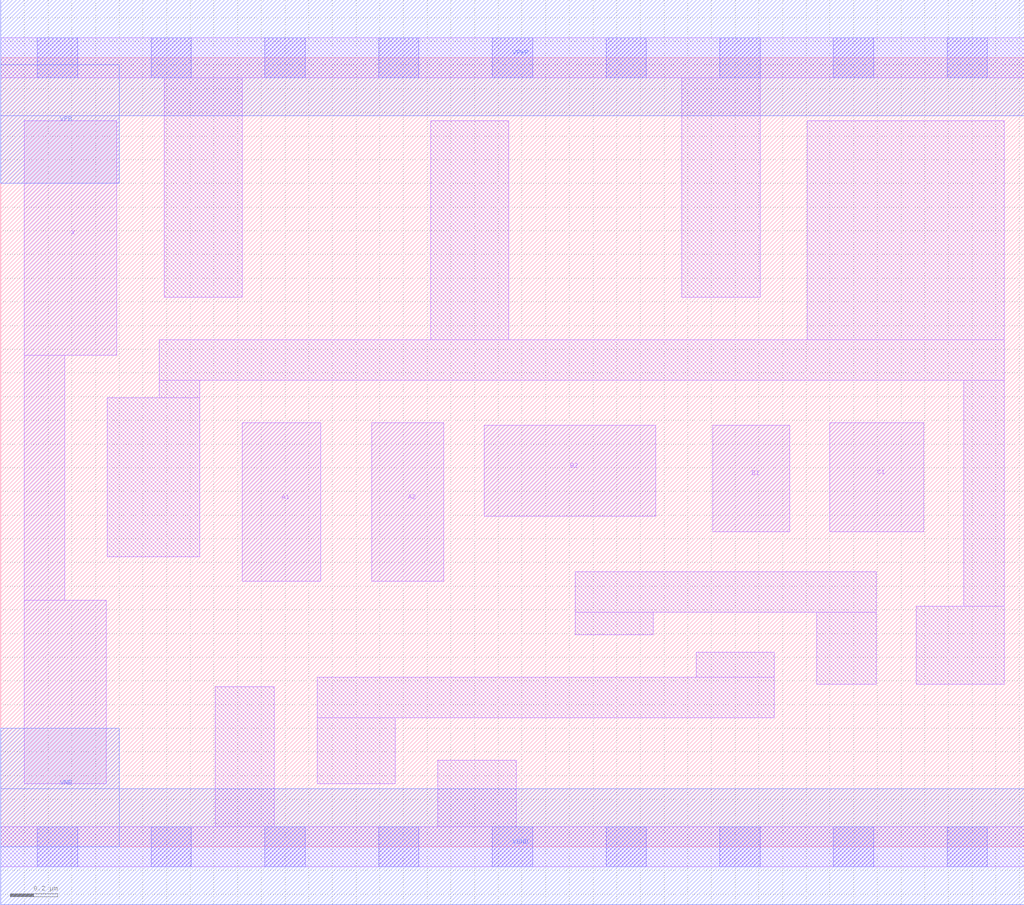
<source format=lef>
# Copyright 2020 The SkyWater PDK Authors
#
# Licensed under the Apache License, Version 2.0 (the "License");
# you may not use this file except in compliance with the License.
# You may obtain a copy of the License at
#
#     https://www.apache.org/licenses/LICENSE-2.0
#
# Unless required by applicable law or agreed to in writing, software
# distributed under the License is distributed on an "AS IS" BASIS,
# WITHOUT WARRANTIES OR CONDITIONS OF ANY KIND, either express or implied.
# See the License for the specific language governing permissions and
# limitations under the License.
#
# SPDX-License-Identifier: Apache-2.0

VERSION 5.5 ;
NAMESCASESENSITIVE ON ;
BUSBITCHARS "[]" ;
DIVIDERCHAR "/" ;
MACRO sky130_fd_sc_lp__o221a_lp
  CLASS CORE ;
  SOURCE USER ;
  ORIGIN  0.000000  0.000000 ;
  SIZE  4.320000 BY  3.330000 ;
  SYMMETRY X Y R90 ;
  SITE unit ;
  PIN A1
    ANTENNAGATEAREA  0.313000 ;
    DIRECTION INPUT ;
    USE SIGNAL ;
    PORT
      LAYER li1 ;
        RECT 1.020000 1.120000 1.350000 1.790000 ;
    END
  END A1
  PIN A2
    ANTENNAGATEAREA  0.313000 ;
    DIRECTION INPUT ;
    USE SIGNAL ;
    PORT
      LAYER li1 ;
        RECT 1.565000 1.120000 1.870000 1.790000 ;
    END
  END A2
  PIN B1
    ANTENNAGATEAREA  0.313000 ;
    DIRECTION INPUT ;
    USE SIGNAL ;
    PORT
      LAYER li1 ;
        RECT 3.005000 1.330000 3.330000 1.780000 ;
    END
  END B1
  PIN B2
    ANTENNAGATEAREA  0.313000 ;
    DIRECTION INPUT ;
    USE SIGNAL ;
    PORT
      LAYER li1 ;
        RECT 2.040000 1.395000 2.765000 1.780000 ;
    END
  END B2
  PIN C1
    ANTENNAGATEAREA  0.313000 ;
    DIRECTION INPUT ;
    USE SIGNAL ;
    PORT
      LAYER li1 ;
        RECT 3.500000 1.330000 3.895000 1.790000 ;
    END
  END C1
  PIN X
    ANTENNADIFFAREA  0.404700 ;
    DIRECTION OUTPUT ;
    USE SIGNAL ;
    PORT
      LAYER li1 ;
        RECT 0.100000 0.265000 0.445000 1.040000 ;
        RECT 0.100000 1.040000 0.270000 2.075000 ;
        RECT 0.100000 2.075000 0.490000 3.065000 ;
    END
  END X
  PIN VGND
    DIRECTION INOUT ;
    USE GROUND ;
    PORT
      LAYER met1 ;
        RECT 0.000000 -0.245000 4.320000 0.245000 ;
    END
  END VGND
  PIN VNB
    DIRECTION INOUT ;
    USE GROUND ;
    PORT
      LAYER met1 ;
        RECT 0.000000 0.000000 0.500000 0.500000 ;
    END
  END VNB
  PIN VPB
    DIRECTION INOUT ;
    USE POWER ;
    PORT
      LAYER met1 ;
        RECT 0.000000 2.800000 0.500000 3.300000 ;
    END
  END VPB
  PIN VPWR
    DIRECTION INOUT ;
    USE POWER ;
    PORT
      LAYER met1 ;
        RECT 0.000000 3.085000 4.320000 3.575000 ;
    END
  END VPWR
  OBS
    LAYER li1 ;
      RECT 0.000000 -0.085000 4.320000 0.085000 ;
      RECT 0.000000  3.245000 4.320000 3.415000 ;
      RECT 0.450000  1.225000 0.840000 1.895000 ;
      RECT 0.670000  1.895000 0.840000 1.970000 ;
      RECT 0.670000  1.970000 4.235000 2.140000 ;
      RECT 0.690000  2.320000 1.020000 3.245000 ;
      RECT 0.905000  0.085000 1.155000 0.675000 ;
      RECT 1.335000  0.265000 1.665000 0.545000 ;
      RECT 1.335000  0.545000 3.265000 0.715000 ;
      RECT 1.815000  2.140000 2.145000 3.065000 ;
      RECT 1.845000  0.085000 2.175000 0.365000 ;
      RECT 2.425000  0.895000 2.755000 0.990000 ;
      RECT 2.425000  0.990000 3.695000 1.160000 ;
      RECT 2.875000  2.320000 3.205000 3.245000 ;
      RECT 2.935000  0.715000 3.265000 0.820000 ;
      RECT 3.405000  2.140000 4.235000 3.065000 ;
      RECT 3.445000  0.685000 3.695000 0.990000 ;
      RECT 3.865000  0.685000 4.235000 1.015000 ;
      RECT 4.065000  1.015000 4.235000 1.970000 ;
    LAYER mcon ;
      RECT 0.155000 -0.085000 0.325000 0.085000 ;
      RECT 0.155000  3.245000 0.325000 3.415000 ;
      RECT 0.635000 -0.085000 0.805000 0.085000 ;
      RECT 0.635000  3.245000 0.805000 3.415000 ;
      RECT 1.115000 -0.085000 1.285000 0.085000 ;
      RECT 1.115000  3.245000 1.285000 3.415000 ;
      RECT 1.595000 -0.085000 1.765000 0.085000 ;
      RECT 1.595000  3.245000 1.765000 3.415000 ;
      RECT 2.075000 -0.085000 2.245000 0.085000 ;
      RECT 2.075000  3.245000 2.245000 3.415000 ;
      RECT 2.555000 -0.085000 2.725000 0.085000 ;
      RECT 2.555000  3.245000 2.725000 3.415000 ;
      RECT 3.035000 -0.085000 3.205000 0.085000 ;
      RECT 3.035000  3.245000 3.205000 3.415000 ;
      RECT 3.515000 -0.085000 3.685000 0.085000 ;
      RECT 3.515000  3.245000 3.685000 3.415000 ;
      RECT 3.995000 -0.085000 4.165000 0.085000 ;
      RECT 3.995000  3.245000 4.165000 3.415000 ;
  END
END sky130_fd_sc_lp__o221a_lp
END LIBRARY

</source>
